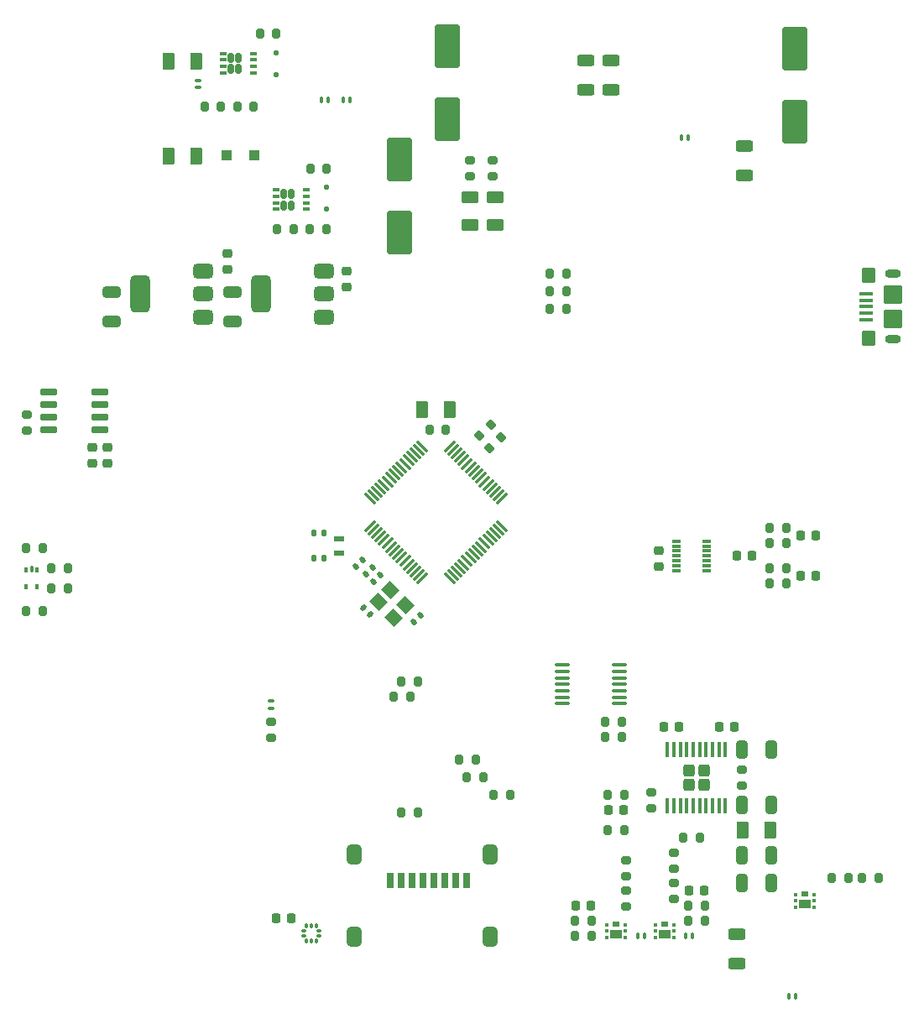
<source format=gbr>
%TF.GenerationSoftware,KiCad,Pcbnew,9.0.0*%
%TF.CreationDate,2025-04-17T15:03:59+12:00*%
%TF.ProjectId,Central_ECU,43656e74-7261-46c5-9f45-43552e6b6963,A*%
%TF.SameCoordinates,Original*%
%TF.FileFunction,Paste,Top*%
%TF.FilePolarity,Positive*%
%FSLAX46Y46*%
G04 Gerber Fmt 4.6, Leading zero omitted, Abs format (unit mm)*
G04 Created by KiCad (PCBNEW 9.0.0) date 2025-04-17 15:03:59*
%MOMM*%
%LPD*%
G01*
G04 APERTURE LIST*
G04 Aperture macros list*
%AMRoundRect*
0 Rectangle with rounded corners*
0 $1 Rounding radius*
0 $2 $3 $4 $5 $6 $7 $8 $9 X,Y pos of 4 corners*
0 Add a 4 corners polygon primitive as box body*
4,1,4,$2,$3,$4,$5,$6,$7,$8,$9,$2,$3,0*
0 Add four circle primitives for the rounded corners*
1,1,$1+$1,$2,$3*
1,1,$1+$1,$4,$5*
1,1,$1+$1,$6,$7*
1,1,$1+$1,$8,$9*
0 Add four rect primitives between the rounded corners*
20,1,$1+$1,$2,$3,$4,$5,0*
20,1,$1+$1,$4,$5,$6,$7,0*
20,1,$1+$1,$6,$7,$8,$9,0*
20,1,$1+$1,$8,$9,$2,$3,0*%
%AMRotRect*
0 Rectangle, with rotation*
0 The origin of the aperture is its center*
0 $1 length*
0 $2 width*
0 $3 Rotation angle, in degrees counterclockwise*
0 Add horizontal line*
21,1,$1,$2,0,0,$3*%
G04 Aperture macros list end*
%ADD10RoundRect,0.250000X0.325000X0.650000X-0.325000X0.650000X-0.325000X-0.650000X0.325000X-0.650000X0*%
%ADD11RoundRect,0.250000X1.000000X-1.950000X1.000000X1.950000X-1.000000X1.950000X-1.000000X-1.950000X0*%
%ADD12RoundRect,0.250000X-0.625000X0.312500X-0.625000X-0.312500X0.625000X-0.312500X0.625000X0.312500X0*%
%ADD13RoundRect,0.050000X-0.100000X-0.250000X0.100000X-0.250000X0.100000X0.250000X-0.100000X0.250000X0*%
%ADD14RoundRect,0.200000X0.200000X0.275000X-0.200000X0.275000X-0.200000X-0.275000X0.200000X-0.275000X0*%
%ADD15RoundRect,0.200000X-0.200000X-0.275000X0.200000X-0.275000X0.200000X0.275000X-0.200000X0.275000X0*%
%ADD16RoundRect,0.225000X0.225000X0.250000X-0.225000X0.250000X-0.225000X-0.250000X0.225000X-0.250000X0*%
%ADD17RoundRect,0.250000X-1.000000X1.950000X-1.000000X-1.950000X1.000000X-1.950000X1.000000X1.950000X0*%
%ADD18RoundRect,0.250000X-0.345000X0.345000X-0.345000X-0.345000X0.345000X-0.345000X0.345000X0.345000X0*%
%ADD19RoundRect,0.100000X-0.100000X0.687500X-0.100000X-0.687500X0.100000X-0.687500X0.100000X0.687500X0*%
%ADD20RoundRect,0.095000X-0.095000X0.155000X-0.095000X-0.155000X0.095000X-0.155000X0.095000X0.155000X0*%
%ADD21RoundRect,0.075000X-0.075000X0.250000X-0.075000X-0.250000X0.075000X-0.250000X0.075000X0.250000X0*%
%ADD22RoundRect,0.200000X-0.275000X0.200000X-0.275000X-0.200000X0.275000X-0.200000X0.275000X0.200000X0*%
%ADD23RoundRect,0.200000X0.275000X-0.200000X0.275000X0.200000X-0.275000X0.200000X-0.275000X-0.200000X0*%
%ADD24RoundRect,0.250000X-0.375000X-0.625000X0.375000X-0.625000X0.375000X0.625000X-0.375000X0.625000X0*%
%ADD25R,0.800000X1.500000*%
%ADD26RoundRect,0.362500X-0.362500X-0.637500X0.362500X-0.637500X0.362500X0.637500X-0.362500X0.637500X0*%
%ADD27RoundRect,0.250000X0.625000X-0.375000X0.625000X0.375000X-0.625000X0.375000X-0.625000X-0.375000X0*%
%ADD28RoundRect,0.250000X-0.325000X-0.650000X0.325000X-0.650000X0.325000X0.650000X-0.325000X0.650000X0*%
%ADD29RoundRect,0.125000X0.125000X-0.125000X0.125000X0.125000X-0.125000X0.125000X-0.125000X-0.125000X0*%
%ADD30R,0.425000X0.400000*%
%ADD31R,1.150000X0.950000*%
%ADD32R,0.800000X0.480000*%
%ADD33RotRect,1.400000X1.200000X315.000000*%
%ADD34RoundRect,0.140000X-0.021213X0.219203X-0.219203X0.021213X0.021213X-0.219203X0.219203X-0.021213X0*%
%ADD35RoundRect,0.150000X0.150000X0.350000X-0.150000X0.350000X-0.150000X-0.350000X0.150000X-0.350000X0*%
%ADD36RoundRect,0.105000X0.245000X0.105000X-0.245000X0.105000X-0.245000X-0.105000X0.245000X-0.105000X0*%
%ADD37RoundRect,0.050000X0.100000X0.250000X-0.100000X0.250000X-0.100000X-0.250000X0.100000X-0.250000X0*%
%ADD38RoundRect,0.250000X0.300000X0.300000X-0.300000X0.300000X-0.300000X-0.300000X0.300000X-0.300000X0*%
%ADD39RoundRect,0.225000X-0.225000X-0.250000X0.225000X-0.250000X0.225000X0.250000X-0.225000X0.250000X0*%
%ADD40RoundRect,0.225000X-0.250000X0.225000X-0.250000X-0.225000X0.250000X-0.225000X0.250000X0.225000X0*%
%ADD41RoundRect,0.250000X0.375000X0.625000X-0.375000X0.625000X-0.375000X-0.625000X0.375000X-0.625000X0*%
%ADD42RoundRect,0.100000X0.575000X-0.100000X0.575000X0.100000X-0.575000X0.100000X-0.575000X-0.100000X0*%
%ADD43O,1.600000X0.900000*%
%ADD44RoundRect,0.250000X0.450000X-0.550000X0.450000X0.550000X-0.450000X0.550000X-0.450000X-0.550000X0*%
%ADD45RoundRect,0.250000X0.700000X-0.700000X0.700000X0.700000X-0.700000X0.700000X-0.700000X-0.700000X0*%
%ADD46RoundRect,0.050000X-0.250000X0.100000X-0.250000X-0.100000X0.250000X-0.100000X0.250000X0.100000X0*%
%ADD47RoundRect,0.100000X-0.637500X-0.100000X0.637500X-0.100000X0.637500X0.100000X-0.637500X0.100000X0*%
%ADD48R,1.100000X0.600000*%
%ADD49RoundRect,0.050000X0.250000X-0.100000X0.250000X0.100000X-0.250000X0.100000X-0.250000X-0.100000X0*%
%ADD50RoundRect,0.250000X0.625000X-0.312500X0.625000X0.312500X-0.625000X0.312500X-0.625000X-0.312500X0*%
%ADD51RoundRect,0.375000X0.625000X0.375000X-0.625000X0.375000X-0.625000X-0.375000X0.625000X-0.375000X0*%
%ADD52RoundRect,0.500000X0.500000X1.400000X-0.500000X1.400000X-0.500000X-1.400000X0.500000X-1.400000X0*%
%ADD53RoundRect,0.075000X-0.441942X-0.548008X0.548008X0.441942X0.441942X0.548008X-0.548008X-0.441942X0*%
%ADD54RoundRect,0.075000X0.441942X-0.548008X0.548008X-0.441942X-0.441942X0.548008X-0.548008X0.441942X0*%
%ADD55RoundRect,0.200000X0.053033X-0.335876X0.335876X-0.053033X-0.053033X0.335876X-0.335876X0.053033X0*%
%ADD56RoundRect,0.250000X-0.650000X0.325000X-0.650000X-0.325000X0.650000X-0.325000X0.650000X0.325000X0*%
%ADD57RoundRect,0.140000X0.140000X0.170000X-0.140000X0.170000X-0.140000X-0.170000X0.140000X-0.170000X0*%
%ADD58R,0.972299X0.304800*%
%ADD59RoundRect,0.150000X0.725000X0.150000X-0.725000X0.150000X-0.725000X-0.150000X0.725000X-0.150000X0*%
%ADD60RoundRect,0.140000X0.219203X0.021213X0.021213X0.219203X-0.219203X-0.021213X-0.021213X-0.219203X0*%
%ADD61RoundRect,0.087500X-0.125000X-0.087500X0.125000X-0.087500X0.125000X0.087500X-0.125000X0.087500X0*%
%ADD62RoundRect,0.087500X-0.087500X-0.125000X0.087500X-0.125000X0.087500X0.125000X-0.087500X0.125000X0*%
%ADD63RoundRect,0.225000X0.250000X-0.225000X0.250000X0.225000X-0.250000X0.225000X-0.250000X-0.225000X0*%
G04 APERTURE END LIST*
D10*
%TO.C,C24*%
X183847000Y-137414000D03*
X180897000Y-137414000D03*
%TD*%
%TO.C,C23*%
X183847000Y-134620000D03*
X180897000Y-134620000D03*
%TD*%
D11*
%TO.C,C43*%
X186182000Y-60596000D03*
X186182000Y-53196000D03*
%TD*%
D12*
%TO.C,R23*%
X180340000Y-142555500D03*
X180340000Y-145480500D03*
%TD*%
D13*
%TO.C,D16*%
X174752000Y-62230000D03*
X175452000Y-62230000D03*
%TD*%
D14*
%TO.C,R44*%
X131611000Y-59040000D03*
X129961000Y-59040000D03*
%TD*%
D15*
%TO.C,R2*%
X152337000Y-124968000D03*
X153987000Y-124968000D03*
%TD*%
D16*
%TO.C,C15*%
X188325487Y-102362000D03*
X186775487Y-102362000D03*
%TD*%
D13*
%TO.C,D11*%
X138430000Y-58420000D03*
X139130000Y-58420000D03*
%TD*%
D17*
%TO.C,C41*%
X146304000Y-64372000D03*
X146304000Y-71772000D03*
%TD*%
D18*
%TO.C,U6*%
X177016000Y-126006000D03*
X175536000Y-126006000D03*
X177016000Y-127486000D03*
X175536000Y-127486000D03*
D19*
X179201000Y-123883500D03*
X178551000Y-123883500D03*
X177901000Y-123883500D03*
X177251000Y-123883500D03*
X176601000Y-123883500D03*
X175951000Y-123883500D03*
X175301000Y-123883500D03*
X174651000Y-123883500D03*
X174001000Y-123883500D03*
X173351000Y-123883500D03*
X173351000Y-129608500D03*
X174001000Y-129608500D03*
X174651000Y-129608500D03*
X175301000Y-129608500D03*
X175951000Y-129608500D03*
X176601000Y-129608500D03*
X177251000Y-129608500D03*
X177901000Y-129608500D03*
X178551000Y-129608500D03*
X179201000Y-129608500D03*
%TD*%
D14*
%TO.C,R34*%
X177101000Y-139700000D03*
X175451000Y-139700000D03*
%TD*%
D20*
%TO.C,D12*%
X109760000Y-105830000D03*
D21*
X109220000Y-105750000D03*
D20*
X108680000Y-105830000D03*
X108680000Y-107530000D03*
X109760000Y-107530000D03*
%TD*%
D22*
%TO.C,R1*%
X133350000Y-121095000D03*
X133350000Y-122745000D03*
%TD*%
D23*
%TO.C,R11*%
X108712000Y-91757000D03*
X108712000Y-90107000D03*
%TD*%
D24*
%TO.C,F3*%
X123060000Y-64097000D03*
X125860000Y-64097000D03*
%TD*%
D14*
%TO.C,R52*%
X168719000Y-122682000D03*
X167069000Y-122682000D03*
%TD*%
D25*
%TO.C,J1*%
X145385000Y-137092000D03*
X146485000Y-137092000D03*
X147585000Y-137092000D03*
X148685000Y-137092000D03*
X149785000Y-137092000D03*
X150885000Y-137092000D03*
X151985000Y-137092000D03*
X153085000Y-137092000D03*
D26*
X141715000Y-134492000D03*
X141715000Y-142792000D03*
X155465000Y-134492000D03*
X155465000Y-142792000D03*
%TD*%
D27*
%TO.C,D4*%
X155956000Y-70996000D03*
X155956000Y-68196000D03*
%TD*%
D22*
%TO.C,R13*%
X153416000Y-64453000D03*
X153416000Y-66103000D03*
%TD*%
D15*
%TO.C,R16*%
X108649000Y-109982000D03*
X110299000Y-109982000D03*
%TD*%
D14*
%TO.C,R40*%
X163131000Y-79502000D03*
X161481000Y-79502000D03*
%TD*%
D15*
%TO.C,R32*%
X175451000Y-141224000D03*
X177101000Y-141224000D03*
%TD*%
D22*
%TO.C,R27*%
X180848000Y-125921000D03*
X180848000Y-127571000D03*
%TD*%
D14*
%TO.C,R48*%
X135636000Y-71463000D03*
X133986000Y-71463000D03*
%TD*%
D28*
%TO.C,C26*%
X180897000Y-123952000D03*
X183847000Y-123952000D03*
%TD*%
D29*
%TO.C,D9*%
X133834000Y-55852000D03*
X133834000Y-53652000D03*
%TD*%
D30*
%TO.C,Q1*%
X188135500Y-139842000D03*
X188135500Y-139192000D03*
X188135500Y-138542000D03*
X186260500Y-138542000D03*
X186260500Y-139192000D03*
X186260500Y-139842000D03*
D31*
X187198000Y-139517000D03*
D32*
X187198000Y-138492000D03*
%TD*%
D16*
%TO.C,C42*%
X135395000Y-140970000D03*
X133845000Y-140970000D03*
%TD*%
D33*
%TO.C,Y1*%
X144163142Y-109043223D03*
X145718777Y-110598858D03*
X146920858Y-109396777D03*
X145365223Y-107841142D03*
%TD*%
D14*
%TO.C,R41*%
X163131000Y-77724000D03*
X161481000Y-77724000D03*
%TD*%
D34*
%TO.C,C8*%
X142579411Y-104816589D03*
X141900589Y-105495411D03*
%TD*%
D14*
%TO.C,R9*%
X185327487Y-103124000D03*
X183677487Y-103124000D03*
%TD*%
D35*
%TO.C,Q4*%
X130028000Y-55246000D03*
X130028000Y-54116000D03*
X129318000Y-55246000D03*
X129318000Y-54116000D03*
D36*
X128548000Y-55656000D03*
X128548000Y-55006000D03*
X128548000Y-54356000D03*
X128548000Y-53706000D03*
X131548000Y-55656000D03*
X131548000Y-55006000D03*
X131548000Y-54356000D03*
X131548000Y-53706000D03*
%TD*%
D37*
%TO.C,D10*%
X141320000Y-58420000D03*
X140620000Y-58420000D03*
%TD*%
D24*
%TO.C,F1*%
X180972000Y-132080000D03*
X183772000Y-132080000D03*
%TD*%
D15*
%TO.C,R49*%
X146495000Y-117094000D03*
X148145000Y-117094000D03*
%TD*%
D38*
%TO.C,D13*%
X131702000Y-64008000D03*
X128902000Y-64008000D03*
%TD*%
D14*
%TO.C,R45*%
X128309000Y-59040000D03*
X126659000Y-59040000D03*
%TD*%
D39*
%TO.C,C35*%
X164071000Y-139700000D03*
X165621000Y-139700000D03*
%TD*%
D14*
%TO.C,R36*%
X165671000Y-142748000D03*
X164021000Y-142748000D03*
%TD*%
D15*
%TO.C,R10*%
X183677487Y-107188000D03*
X185327487Y-107188000D03*
%TD*%
D39*
%TO.C,C25*%
X178549000Y-121666000D03*
X180099000Y-121666000D03*
%TD*%
D14*
%TO.C,R30*%
X168973000Y-128524000D03*
X167323000Y-128524000D03*
%TD*%
D39*
%TO.C,C28*%
X172961000Y-121666000D03*
X174511000Y-121666000D03*
%TD*%
D22*
%TO.C,R37*%
X169164000Y-138113000D03*
X169164000Y-139763000D03*
%TD*%
D40*
%TO.C,C13*%
X172466000Y-103873000D03*
X172466000Y-105423000D03*
%TD*%
D16*
%TO.C,C18*%
X188325487Y-106426000D03*
X186775487Y-106426000D03*
%TD*%
D17*
%TO.C,C36*%
X151130000Y-52942000D03*
X151130000Y-60342000D03*
%TD*%
D37*
%TO.C,D15*%
X171038000Y-142748000D03*
X170338000Y-142748000D03*
%TD*%
D30*
%TO.C,Q3*%
X169085500Y-142890000D03*
X169085500Y-142240000D03*
X169085500Y-141590000D03*
X167210500Y-141590000D03*
X167210500Y-142240000D03*
X167210500Y-142890000D03*
D31*
X168148000Y-142565000D03*
D32*
X168148000Y-141540000D03*
%TD*%
D15*
%TO.C,R28*%
X174943000Y-132842000D03*
X176593000Y-132842000D03*
%TD*%
D14*
%TO.C,R5*%
X148145000Y-130302000D03*
X146495000Y-130302000D03*
%TD*%
D41*
%TO.C,D3*%
X151390000Y-89662000D03*
X148590000Y-89662000D03*
%TD*%
D37*
%TO.C,D7*%
X175864000Y-142748000D03*
X175164000Y-142748000D03*
%TD*%
D16*
%TO.C,C29*%
X168923000Y-130048000D03*
X167373000Y-130048000D03*
%TD*%
D30*
%TO.C,Q2*%
X173990000Y-142890000D03*
X173990000Y-142240000D03*
X173990000Y-141590000D03*
X172115000Y-141590000D03*
X172115000Y-142240000D03*
X172115000Y-142890000D03*
D31*
X173052500Y-142565000D03*
D32*
X173052500Y-141540000D03*
%TD*%
D28*
%TO.C,C27*%
X180897000Y-129540000D03*
X183847000Y-129540000D03*
%TD*%
D42*
%TO.C,J13*%
X193413000Y-80548000D03*
X193413000Y-79898000D03*
X193413000Y-79248000D03*
X193413000Y-78598000D03*
X193413000Y-77948000D03*
D43*
X196088000Y-82548000D03*
D44*
X193638000Y-82448000D03*
D45*
X196088000Y-80448000D03*
X196088000Y-78048000D03*
D44*
X193638000Y-76048000D03*
D43*
X196088000Y-75948000D03*
%TD*%
D46*
%TO.C,D1*%
X133350000Y-119030000D03*
X133350000Y-119730000D03*
%TD*%
D27*
%TO.C,D2*%
X153416000Y-70996000D03*
X153416000Y-68196000D03*
%TD*%
D15*
%TO.C,R17*%
X111189000Y-107696000D03*
X112839000Y-107696000D03*
%TD*%
D13*
%TO.C,D5*%
X185578000Y-148844000D03*
X186278000Y-148844000D03*
%TD*%
D47*
%TO.C,U4*%
X162745500Y-115398000D03*
X162745500Y-116048000D03*
X162745500Y-116698000D03*
X162745500Y-117348000D03*
X162745500Y-117998000D03*
X162745500Y-118648000D03*
X162745500Y-119298000D03*
X168470500Y-119298000D03*
X168470500Y-118648000D03*
X168470500Y-117998000D03*
X168470500Y-117348000D03*
X168470500Y-116698000D03*
X168470500Y-116048000D03*
X168470500Y-115398000D03*
%TD*%
D12*
%TO.C,R21*%
X167640000Y-54417500D03*
X167640000Y-57342500D03*
%TD*%
D48*
%TO.C,Y2*%
X140208000Y-104078000D03*
X140208000Y-102678000D03*
%TD*%
D15*
%TO.C,R19*%
X108649000Y-103632000D03*
X110299000Y-103632000D03*
%TD*%
D49*
%TO.C,D8*%
X125960000Y-57104000D03*
X125960000Y-56404000D03*
%TD*%
D14*
%TO.C,R46*%
X138977000Y-65367000D03*
X137327000Y-65367000D03*
%TD*%
D22*
%TO.C,R35*%
X173990000Y-134303000D03*
X173990000Y-135953000D03*
%TD*%
%TO.C,R39*%
X169164000Y-135065000D03*
X169164000Y-136715000D03*
%TD*%
D23*
%TO.C,R31*%
X171704000Y-129857000D03*
X171704000Y-128207000D03*
%TD*%
D50*
%TO.C,R20*%
X165100000Y-57342500D03*
X165100000Y-54417500D03*
%TD*%
D51*
%TO.C,U7*%
X138684000Y-80278000D03*
X138684000Y-77978000D03*
D52*
X132384000Y-77978000D03*
D51*
X138684000Y-75678000D03*
%TD*%
D16*
%TO.C,C32*%
X177051000Y-138176000D03*
X175501000Y-138176000D03*
%TD*%
D53*
%TO.C,U2*%
X143335519Y-101361181D03*
X143689072Y-101714734D03*
X144042625Y-102068287D03*
X144396179Y-102421841D03*
X144749732Y-102775394D03*
X145103286Y-103128948D03*
X145456839Y-103482501D03*
X145810392Y-103836054D03*
X146163946Y-104189608D03*
X146517499Y-104543161D03*
X146871052Y-104896714D03*
X147224606Y-105250268D03*
X147578159Y-105603821D03*
X147931713Y-105957375D03*
X148285266Y-106310928D03*
X148638819Y-106664481D03*
D54*
X151361181Y-106664481D03*
X151714734Y-106310928D03*
X152068287Y-105957375D03*
X152421841Y-105603821D03*
X152775394Y-105250268D03*
X153128948Y-104896714D03*
X153482501Y-104543161D03*
X153836054Y-104189608D03*
X154189608Y-103836054D03*
X154543161Y-103482501D03*
X154896714Y-103128948D03*
X155250268Y-102775394D03*
X155603821Y-102421841D03*
X155957375Y-102068287D03*
X156310928Y-101714734D03*
X156664481Y-101361181D03*
D53*
X156664481Y-98638819D03*
X156310928Y-98285266D03*
X155957375Y-97931713D03*
X155603821Y-97578159D03*
X155250268Y-97224606D03*
X154896714Y-96871052D03*
X154543161Y-96517499D03*
X154189608Y-96163946D03*
X153836054Y-95810392D03*
X153482501Y-95456839D03*
X153128948Y-95103286D03*
X152775394Y-94749732D03*
X152421841Y-94396179D03*
X152068287Y-94042625D03*
X151714734Y-93689072D03*
X151361181Y-93335519D03*
D54*
X148638819Y-93335519D03*
X148285266Y-93689072D03*
X147931713Y-94042625D03*
X147578159Y-94396179D03*
X147224606Y-94749732D03*
X146871052Y-95103286D03*
X146517499Y-95456839D03*
X146163946Y-95810392D03*
X145810392Y-96163946D03*
X145456839Y-96517499D03*
X145103286Y-96871052D03*
X144749732Y-97224606D03*
X144396179Y-97578159D03*
X144042625Y-97931713D03*
X143689072Y-98285266D03*
X143335519Y-98638819D03*
%TD*%
D55*
%TO.C,R7*%
X154356637Y-92277363D03*
X155523363Y-91110637D03*
%TD*%
D56*
%TO.C,C40*%
X117246000Y-77773000D03*
X117246000Y-80723000D03*
%TD*%
D14*
%TO.C,R4*%
X157480000Y-128524000D03*
X155830000Y-128524000D03*
%TD*%
D34*
%TO.C,C9*%
X143595411Y-105578589D03*
X142916589Y-106257411D03*
%TD*%
D40*
%TO.C,C17*%
X116840000Y-93459000D03*
X116840000Y-95009000D03*
%TD*%
D29*
%TO.C,D14*%
X138938000Y-69426000D03*
X138938000Y-67226000D03*
%TD*%
D51*
%TO.C,U8*%
X126492000Y-80278000D03*
X126492000Y-77978000D03*
D52*
X120192000Y-77978000D03*
D51*
X126492000Y-75678000D03*
%TD*%
D57*
%TO.C,C20*%
X138656000Y-104648000D03*
X137696000Y-104648000D03*
%TD*%
D58*
%TO.C,U3*%
X174227749Y-102893622D03*
X174227749Y-103393748D03*
X174227749Y-103893874D03*
X174227749Y-104394000D03*
X174227749Y-104894126D03*
X174227749Y-105394252D03*
X174227749Y-105894378D03*
X177308251Y-105894378D03*
X177308251Y-105394252D03*
X177308251Y-104894126D03*
X177308251Y-104394000D03*
X177308251Y-103893874D03*
X177308251Y-103393748D03*
X177308251Y-102893622D03*
%TD*%
D14*
%TO.C,R42*%
X163131000Y-75946000D03*
X161481000Y-75946000D03*
%TD*%
D55*
%TO.C,R6*%
X155372637Y-93547363D03*
X156539363Y-92380637D03*
%TD*%
D15*
%TO.C,R18*%
X111189000Y-105664000D03*
X112839000Y-105664000D03*
%TD*%
%TO.C,R50*%
X145733000Y-118618000D03*
X147383000Y-118618000D03*
%TD*%
D14*
%TO.C,R29*%
X168973000Y-132080000D03*
X167323000Y-132080000D03*
%TD*%
D15*
%TO.C,R8*%
X183677487Y-101600000D03*
X185327487Y-101600000D03*
%TD*%
D14*
%TO.C,R12*%
X185327487Y-105664000D03*
X183677487Y-105664000D03*
%TD*%
%TO.C,R47*%
X138938000Y-71463000D03*
X137288000Y-71463000D03*
%TD*%
D35*
%TO.C,Q5*%
X135362000Y-69021000D03*
X135362000Y-67891000D03*
X134652000Y-69021000D03*
X134652000Y-67891000D03*
D36*
X133882000Y-69431000D03*
X133882000Y-68781000D03*
X133882000Y-68131000D03*
X133882000Y-67481000D03*
X136882000Y-69431000D03*
X136882000Y-68781000D03*
X136882000Y-68131000D03*
X136882000Y-67481000D03*
%TD*%
D14*
%TO.C,R25*%
X191579000Y-136906000D03*
X189929000Y-136906000D03*
%TD*%
D34*
%TO.C,C6*%
X144357411Y-106340589D03*
X143678589Y-107019411D03*
%TD*%
D14*
%TO.C,R26*%
X194627000Y-136906000D03*
X192977000Y-136906000D03*
%TD*%
D22*
%TO.C,R15*%
X155702000Y-64453000D03*
X155702000Y-66103000D03*
%TD*%
D59*
%TO.C,CR1*%
X116078000Y-91694000D03*
X116078000Y-90424000D03*
X116078000Y-89154000D03*
X116078000Y-87884000D03*
X110928000Y-87884000D03*
X110928000Y-89154000D03*
X110928000Y-90424000D03*
X110928000Y-91694000D03*
%TD*%
D15*
%TO.C,R3*%
X153099000Y-126746000D03*
X154749000Y-126746000D03*
%TD*%
D40*
%TO.C,C37*%
X140970000Y-75679000D03*
X140970000Y-77229000D03*
%TD*%
%TO.C,C16*%
X115316000Y-93459000D03*
X115316000Y-95009000D03*
%TD*%
D15*
%TO.C,R51*%
X167069000Y-121158000D03*
X168719000Y-121158000D03*
%TD*%
D39*
%TO.C,C14*%
X180327000Y-104394000D03*
X181877000Y-104394000D03*
%TD*%
D60*
%TO.C,C11*%
X143341411Y-110321411D03*
X142662589Y-109642589D03*
%TD*%
D56*
%TO.C,C38*%
X129438000Y-77773000D03*
X129438000Y-80723000D03*
%TD*%
D15*
%TO.C,R38*%
X164021000Y-141224000D03*
X165671000Y-141224000D03*
%TD*%
D34*
%TO.C,C12*%
X148421411Y-110404589D03*
X147742589Y-111083411D03*
%TD*%
D15*
%TO.C,R14*%
X149352000Y-91694000D03*
X151002000Y-91694000D03*
%TD*%
D24*
%TO.C,F2*%
X123036000Y-54498000D03*
X125836000Y-54498000D03*
%TD*%
D57*
%TO.C,C19*%
X138656000Y-102108000D03*
X137696000Y-102108000D03*
%TD*%
D12*
%TO.C,R22*%
X181102000Y-63053500D03*
X181102000Y-65978500D03*
%TD*%
D61*
%TO.C,U9*%
X136651500Y-142244000D03*
X136651500Y-142744000D03*
D62*
X136914000Y-143256500D03*
X137414000Y-143256500D03*
X137914000Y-143256500D03*
D61*
X138176500Y-142744000D03*
X138176500Y-142244000D03*
D62*
X137914000Y-141731500D03*
X137414000Y-141731500D03*
X136914000Y-141731500D03*
%TD*%
D14*
%TO.C,R43*%
X133897000Y-51704000D03*
X132247000Y-51704000D03*
%TD*%
D22*
%TO.C,R33*%
X173990000Y-137351000D03*
X173990000Y-139001000D03*
%TD*%
D63*
%TO.C,C39*%
X128930000Y-75464000D03*
X128930000Y-73914000D03*
%TD*%
M02*

</source>
